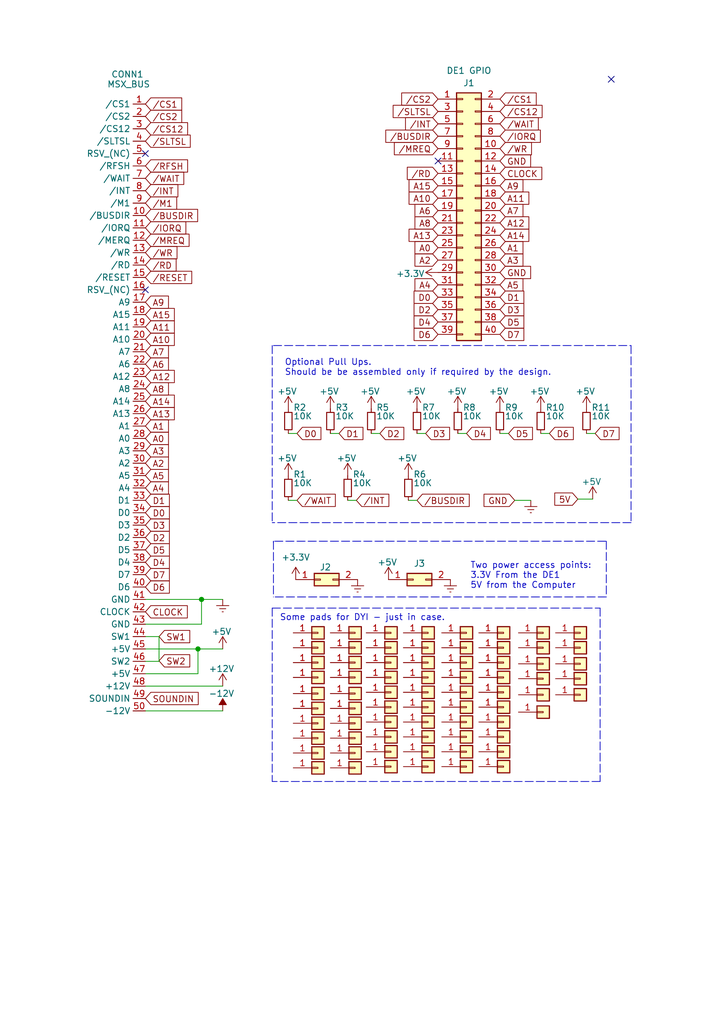
<source format=kicad_sch>
(kicad_sch (version 20211123) (generator eeschema)
  (paper "A5" portrait)
  (title_block (title "MSX BUS IDC") (date "2022-12-14") (rev "1.0") (company "RCC") (comment 2 "Does not do any voltage conversion - Do not connect to a real MSX.") (comment 3 "To be used with FPGA MSX Clones Zemmix / 1ChipMSX)") (comment 4 "Expose the MSX Bus over an IDC Connector."))
  (lib_symbols
    (symbol "Connector_Generic:Conn_01x01" (pin_names (offset 1.016) hide)
      (property "Reference" "J" (at 0 2.54 0))
      (property "Value" "Conn_01x01" (at 0 -2.54 0))
      (symbol "Conn_01x01_1_1"
        (rectangle (start -1.27 0.127) (end 0 -0.127) (stroke (width 0.1524)))
        (rectangle (start -1.27 1.27) (end 1.27 -1.27) (stroke (width 0.254)) (fill (type background)))
        (pin passive line (at -5.08 0 0) (length 3.81) (name "Pin_1") (number "1"))
      )
    )
    (symbol "Connector_Generic:Conn_02x01" (pin_names (offset 1.016) hide)
      (property "Reference" "J" (at 1.27 2.54 0))
      (property "Value" "Conn_02x01" (at 1.27 -2.54 0))
      (symbol "Conn_02x01_1_1"
        (rectangle (start -1.27 0.127) (end 0 -0.127) (stroke (width 0.1524)))
        (rectangle (start -1.27 1.27) (end 3.81 -1.27) (stroke (width 0.254)) (fill (type background)))
        (rectangle (start 3.81 0.127) (end 2.54 -0.127) (stroke (width 0.1524)))
        (pin passive line (at -5.08 0 0) (length 3.81) (name "Pin_1") (number "1"))
        (pin passive line (at 7.62 0 180) (length 3.81) (name "Pin_2") (number "2"))
      )
    )
    (symbol "Connector_Generic:Conn_02x20_Odd_Even" (pin_names (offset 1.016) hide)
      (property "Reference" "J" (at 1.27 25.4 0))
      (property "Value" "Conn_02x20_Odd_Even" (at 1.27 -27.94 0))
      (symbol "Conn_02x20_Odd_Even_1_1"
        (rectangle (start -1.27 -25.273) (end 0 -25.527) (stroke (width 0.1524)))
        (rectangle (start -1.27 -22.733) (end 0 -22.987) (stroke (width 0.1524)))
        (rectangle (start -1.27 -20.193) (end 0 -20.447) (stroke (width 0.1524)))
        (rectangle (start -1.27 -17.653) (end 0 -17.907) (stroke (width 0.1524)))
        (rectangle (start -1.27 -15.113) (end 0 -15.367) (stroke (width 0.1524)))
        (rectangle (start -1.27 -12.573) (end 0 -12.827) (stroke (width 0.1524)))
        (rectangle (start -1.27 -10.033) (end 0 -10.287) (stroke (width 0.1524)))
        (rectangle (start -1.27 -7.493) (end 0 -7.747) (stroke (width 0.1524)))
        (rectangle (start -1.27 -4.953) (end 0 -5.207) (stroke (width 0.1524)))
        (rectangle (start -1.27 -2.413) (end 0 -2.667) (stroke (width 0.1524)))
        (rectangle (start -1.27 0.127) (end 0 -0.127) (stroke (width 0.1524)))
        (rectangle (start -1.27 2.667) (end 0 2.413) (stroke (width 0.1524)))
        (rectangle (start -1.27 5.207) (end 0 4.953) (stroke (width 0.1524)))
        (rectangle (start -1.27 7.747) (end 0 7.493) (stroke (width 0.1524)))
        (rectangle (start -1.27 10.287) (end 0 10.033) (stroke (width 0.1524)))
        (rectangle (start -1.27 12.827) (end 0 12.573) (stroke (width 0.1524)))
        (rectangle (start -1.27 15.367) (end 0 15.113) (stroke (width 0.1524)))
        (rectangle (start -1.27 17.907) (end 0 17.653) (stroke (width 0.1524)))
        (rectangle (start -1.27 20.447) (end 0 20.193) (stroke (width 0.1524)))
        (rectangle (start -1.27 22.987) (end 0 22.733) (stroke (width 0.1524)))
        (rectangle (start -1.27 24.13) (end 3.81 -26.67) (stroke (width 0.254)) (fill (type background)))
        (rectangle (start 3.81 -25.273) (end 2.54 -25.527) (stroke (width 0.1524)))
        (rectangle (start 3.81 -22.733) (end 2.54 -22.987) (stroke (width 0.1524)))
        (rectangle (start 3.81 -20.193) (end 2.54 -20.447) (stroke (width 0.1524)))
        (rectangle (start 3.81 -17.653) (end 2.54 -17.907) (stroke (width 0.1524)))
        (rectangle (start 3.81 -15.113) (end 2.54 -15.367) (stroke (width 0.1524)))
        (rectangle (start 3.81 -12.573) (end 2.54 -12.827) (stroke (width 0.1524)))
        (rectangle (start 3.81 -10.033) (end 2.54 -10.287) (stroke (width 0.1524)))
        (rectangle (start 3.81 -7.493) (end 2.54 -7.747) (stroke (width 0.1524)))
        (rectangle (start 3.81 -4.953) (end 2.54 -5.207) (stroke (width 0.1524)))
        (rectangle (start 3.81 -2.413) (end 2.54 -2.667) (stroke (width 0.1524)))
        (rectangle (start 3.81 0.127) (end 2.54 -0.127) (stroke (width 0.1524)))
        (rectangle (start 3.81 2.667) (end 2.54 2.413) (stroke (width 0.1524)))
        (rectangle (start 3.81 5.207) (end 2.54 4.953) (stroke (width 0.1524)))
        (rectangle (start 3.81 7.747) (end 2.54 7.493) (stroke (width 0.1524)))
        (rectangle (start 3.81 10.287) (end 2.54 10.033) (stroke (width 0.1524)))
        (rectangle (start 3.81 12.827) (end 2.54 12.573) (stroke (width 0.1524)))
        (rectangle (start 3.81 15.367) (end 2.54 15.113) (stroke (width 0.1524)))
        (rectangle (start 3.81 17.907) (end 2.54 17.653) (stroke (width 0.1524)))
        (rectangle (start 3.81 20.447) (end 2.54 20.193) (stroke (width 0.1524)))
        (rectangle (start 3.81 22.987) (end 2.54 22.733) (stroke (width 0.1524)))
        (pin passive line (at -5.08 22.86 0) (length 3.81) (name "Pin_1") (number "1"))
        (pin passive line (at 7.62 12.7 180) (length 3.81) (name "Pin_10") (number "10"))
        (pin passive line (at -5.08 10.16 0) (length 3.81) (name "Pin_11") (number "11"))
        (pin passive line (at 7.62 10.16 180) (length 3.81) (name "Pin_12") (number "12"))
        (pin passive line (at -5.08 7.62 0) (length 3.81) (name "Pin_13") (number "13"))
        (pin passive line (at 7.62 7.62 180) (length 3.81) (name "Pin_14") (number "14"))
        (pin passive line (at -5.08 5.08 0) (length 3.81) (name "Pin_15") (number "15"))
        (pin passive line (at 7.62 5.08 180) (length 3.81) (name "Pin_16") (number "16"))
        (pin passive line (at -5.08 2.54 0) (length 3.81) (name "Pin_17") (number "17"))
        (pin passive line (at 7.62 2.54 180) (length 3.81) (name "Pin_18") (number "18"))
        (pin passive line (at -5.08 0 0) (length 3.81) (name "Pin_19") (number "19"))
        (pin passive line (at 7.62 22.86 180) (length 3.81) (name "Pin_2") (number "2"))
        (pin passive line (at 7.62 0 180) (length 3.81) (name "Pin_20") (number "20"))
        (pin passive line (at -5.08 -2.54 0) (length 3.81) (name "Pin_21") (number "21"))
        (pin passive line (at 7.62 -2.54 180) (length 3.81) (name "Pin_22") (number "22"))
        (pin passive line (at -5.08 -5.08 0) (length 3.81) (name "Pin_23") (number "23"))
        (pin passive line (at 7.62 -5.08 180) (length 3.81) (name "Pin_24") (number "24"))
        (pin passive line (at -5.08 -7.62 0) (length 3.81) (name "Pin_25") (number "25"))
        (pin passive line (at 7.62 -7.62 180) (length 3.81) (name "Pin_26") (number "26"))
        (pin passive line (at -5.08 -10.16 0) (length 3.81) (name "Pin_27") (number "27"))
        (pin passive line (at 7.62 -10.16 180) (length 3.81) (name "Pin_28") (number "28"))
        (pin passive line (at -5.08 -12.7 0) (length 3.81) (name "Pin_29") (number "29"))
        (pin passive line (at -5.08 20.32 0) (length 3.81) (name "Pin_3") (number "3"))
        (pin passive line (at 7.62 -12.7 180) (length 3.81) (name "Pin_30") (number "30"))
        (pin passive line (at -5.08 -15.24 0) (length 3.81) (name "Pin_31") (number "31"))
        (pin passive line (at 7.62 -15.24 180) (length 3.81) (name "Pin_32") (number "32"))
        (pin passive line (at -5.08 -17.78 0) (length 3.81) (name "Pin_33") (number "33"))
        (pin passive line (at 7.62 -17.78 180) (length 3.81) (name "Pin_34") (number "34"))
        (pin passive line (at -5.08 -20.32 0) (length 3.81) (name "Pin_35") (number "35"))
        (pin passive line (at 7.62 -20.32 180) (length 3.81) (name "Pin_36") (number "36"))
        (pin passive line (at -5.08 -22.86 0) (length 3.81) (name "Pin_37") (number "37"))
        (pin passive line (at 7.62 -22.86 180) (length 3.81) (name "Pin_38") (number "38"))
        (pin passive line (at -5.08 -25.4 0) (length 3.81) (name "Pin_39") (number "39"))
        (pin passive line (at 7.62 20.32 180) (length 3.81) (name "Pin_4") (number "4"))
        (pin passive line (at 7.62 -25.4 180) (length 3.81) (name "Pin_40") (number "40"))
        (pin passive line (at -5.08 17.78 0) (length 3.81) (name "Pin_5") (number "5"))
        (pin passive line (at 7.62 17.78 180) (length 3.81) (name "Pin_6") (number "6"))
        (pin passive line (at -5.08 15.24 0) (length 3.81) (name "Pin_7") (number "7"))
        (pin passive line (at 7.62 15.24 180) (length 3.81) (name "Pin_8") (number "8"))
        (pin passive line (at -5.08 12.7 0) (length 3.81) (name "Pin_9") (number "9"))
      )
    )
    (symbol "Device:R_Small" (pin_numbers hide) (pin_names (offset 0.254) hide)
      (property "Reference" "R" (at 0.762 0.508 0))
      (property "Value" "R_Small" (at 0.762 -1.016 0))
      (symbol "R_Small_0_1"
        (rectangle (start -0.762 1.778) (end 0.762 -1.778) (stroke (width 0.2032)))
      )
      (symbol "R_Small_1_1"
        (pin passive line (at 0 2.54 270) (length 0.762) (name "~") (number "1"))
        (pin passive line (at 0 -2.54 90) (length 0.762) (name "~") (number "2"))
      )
    )
    (symbol "Roni:MSX_BUS"
      (property "Reference" "U" (at 0 0 0))
      (property "Value" "MSX_BUS" (at 0 0 0))
      (symbol "MSX_BUS_1_1"
        (pin output line (at -67.945 88.392 180) (length 2.54) (name "/CS1") (number "1"))
        (pin output line (at -67.945 65.532 180) (length 2.54) (name "/BUSDIR") (number "10"))
        (pin output line (at -67.945 62.992 180) (length 2.54) (name "/IORQ") (number "11"))
        (pin output line (at -67.945 60.452 180) (length 2.54) (name "/MERQ") (number "12"))
        (pin output line (at -67.945 57.912 180) (length 2.54) (name "/WR") (number "13"))
        (pin output line (at -67.945 55.372 180) (length 2.54) (name "/RD") (number "14"))
        (pin input line (at -67.945 52.832 180) (length 2.54) (name "/RESET") (number "15"))
        (pin output line (at -67.945 50.292 180) (length 2.54) (name "RSV_(NC)") (number "16"))
        (pin output line (at -67.945 47.752 180) (length 2.54) (name "A9") (number "17"))
        (pin output line (at -67.945 45.212 180) (length 2.54) (name "A15") (number "18"))
        (pin output line (at -67.945 42.672 180) (length 2.54) (name "A11") (number "19"))
        (pin output line (at -67.945 85.852 180) (length 2.54) (name "/CS2") (number "2"))
        (pin output line (at -67.945 40.132 180) (length 2.54) (name "A10") (number "20"))
        (pin output line (at -67.945 37.592 180) (length 2.54) (name "A7") (number "21"))
        (pin output line (at -67.945 35.052 180) (length 2.54) (name "A6") (number "22"))
        (pin output line (at -67.945 32.512 180) (length 2.54) (name "A12") (number "23"))
        (pin output line (at -67.945 29.972 180) (length 2.54) (name "A8") (number "24"))
        (pin output line (at -67.945 27.432 180) (length 2.54) (name "A14") (number "25"))
        (pin output line (at -67.945 24.892 180) (length 2.54) (name "A13") (number "26"))
        (pin output line (at -67.945 22.352 180) (length 2.54) (name "A1") (number "27"))
        (pin output line (at -67.945 19.812 180) (length 2.54) (name "A0") (number "28"))
        (pin output line (at -67.945 17.272 180) (length 2.54) (name "A3") (number "29"))
        (pin output line (at -67.945 83.312 180) (length 2.54) (name "/CS12") (number "3"))
        (pin output line (at -67.945 14.732 180) (length 2.54) (name "A2") (number "30"))
        (pin output line (at -67.945 12.192 180) (length 2.54) (name "A5") (number "31"))
        (pin output line (at -67.945 9.652 180) (length 2.54) (name "A4") (number "32"))
        (pin output line (at -67.945 7.112 180) (length 2.54) (name "D1") (number "33"))
        (pin output line (at -67.945 4.572 180) (length 2.54) (name "D0") (number "34"))
        (pin output line (at -67.945 2.032 180) (length 2.54) (name "D3") (number "35"))
        (pin output line (at -67.945 -0.508 180) (length 2.54) (name "D2") (number "36"))
        (pin output line (at -67.945 -3.048 180) (length 2.54) (name "D5") (number "37"))
        (pin output line (at -67.945 -5.588 180) (length 2.54) (name "D4") (number "38"))
        (pin output line (at -67.945 -8.128 180) (length 2.54) (name "D7") (number "39"))
        (pin output line (at -67.945 80.772 180) (length 2.54) (name "/SLTSL") (number "4"))
        (pin output line (at -67.945 -10.668 180) (length 2.54) (name "D6") (number "40"))
        (pin output line (at -67.945 -13.208 180) (length 2.54) (name "GND") (number "41"))
        (pin output line (at -67.945 -15.748 180) (length 2.54) (name "CLOCK") (number "42"))
        (pin output line (at -67.945 -18.288 180) (length 2.54) (name "GND") (number "43"))
        (pin output line (at -67.945 -20.828 180) (length 2.54) (name "SW1") (number "44"))
        (pin output line (at -67.945 -23.368 180) (length 2.54) (name "+5V") (number "45"))
        (pin output line (at -67.945 -25.908 180) (length 2.54) (name "SW2") (number "46"))
        (pin output line (at -67.945 -28.448 180) (length 2.54) (name "+5V") (number "47"))
        (pin output line (at -67.945 -30.988 180) (length 2.54) (name "+12V") (number "48"))
        (pin output line (at -67.945 -33.528 180) (length 2.54) (name "SOUNDIN") (number "49"))
        (pin output line (at -67.945 78.232 180) (length 2.54) (name "RSV_(NC)") (number "5"))
        (pin output line (at -67.945 -36.068 180) (length 2.54) (name "-12V") (number "50"))
        (pin output line (at -67.945 75.692 180) (length 2.54) (name "/RFSH") (number "6"))
        (pin output line (at -67.945 73.152 180) (length 2.54) (name "/WAIT") (number "7"))
        (pin output line (at -67.945 70.612 180) (length 2.54) (name "/INT") (number "8"))
        (pin output line (at -67.945 68.072 180) (length 2.54) (name "/M1") (number "9"))
      )
    )
    (symbol "power:+12V" (power) (pin_names (offset 0))
      (property "Value" "+12V" (at 0 3.556 0))
      (symbol "+12V_0_1"
        (polyline (pts (xy -0.762 1.27) (xy 0 2.54)))
        (polyline (pts (xy 0 0) (xy 0 2.54)))
        (polyline (pts (xy 0 2.54) (xy 0.762 1.27)))
      )
      (symbol "+12V_1_1"
        (pin power_in line (at 0 0 90) (length 0) hide (name "+12V") (number "1"))
      )
    )
    (symbol "power:+3.3V" (power) (pin_names (offset 0))
      (property "Value" "+3.3V" (at 0 3.556 0))
      (symbol "+3.3V_0_1"
        (polyline (pts (xy -0.762 1.27) (xy 0 2.54)))
        (polyline (pts (xy 0 0) (xy 0 2.54)))
        (polyline (pts (xy 0 2.54) (xy 0.762 1.27)))
      )
      (symbol "+3.3V_1_1"
        (pin power_in line (at 0 0 90) (length 0) hide (name "+3.3V") (number "1"))
      )
    )
    (symbol "power:+5V" (power) (pin_names (offset 0))
      (property "Value" "+5V" (at 0 3.556 0))
      (symbol "+5V_0_1"
        (polyline (pts (xy -0.762 1.27) (xy 0 2.54)))
        (polyline (pts (xy 0 0) (xy 0 2.54)))
        (polyline (pts (xy 0 2.54) (xy 0.762 1.27)))
      )
      (symbol "+5V_1_1"
        (pin power_in line (at 0 0 90) (length 0) hide (name "+5V") (number "1"))
      )
    )
    (symbol "power:-12V" (power) (pin_names (offset 0))
      (property "Value" "-12V" (at 0 3.81 0))
      (symbol "-12V_0_0"
        (pin power_in line (at 0 0 90) (length 0) hide (name "-12V") (number "1"))
      )
      (symbol "-12V_0_1"
        (polyline (pts (xy 0 0) (xy 0 1.27) (xy 0.762 1.27) (xy 0 2.54) (xy -0.762 1.27) (xy 0 1.27)) (fill (type outline)))
      )
    )
    (symbol "power:GNDREF" (power) (pin_names (offset 0))
      (property "Value" "GNDREF" (at 0 -3.81 0))
      (symbol "GNDREF_0_1"
        (polyline (pts (xy -0.635 -1.905) (xy 0.635 -1.905)))
        (polyline (pts (xy -0.127 -2.54) (xy 0.127 -2.54)))
        (polyline (pts (xy 0 -1.27) (xy 0 0)))
        (polyline (pts (xy 1.27 -1.27) (xy -1.27 -1.27)))
      )
      (symbol "GNDREF_1_1"
        (pin power_in line (at 0 0 270) (length 0) hide (name "GNDREF") (number "1"))
      )
    )
  )
  (junction (at 40.64 133.096))
  (junction (at 41.3677 122.936))
  (no_connect (at 125.476 16.256))
  (no_connect (at 89.916 33.02))
  (no_connect (at 29.845 31.496))
  (no_connect (at 29.845 59.436))
  (wire (pts (xy 40.64 133.096) (xy 40.64 138.176)))
  (polyline (pts (xy 123.19 124.714) (xy 123.19 160.274)))
  (wire (pts (xy 41.3677 128.016) (xy 41.3677 122.936)))
  (wire (pts (xy 41.3677 122.936) (xy 45.72 122.936)))
  (polyline (pts (xy 123.19 160.274) (xy 55.88 160.274)))
  (wire (pts (xy 105.664 102.616) (xy 108.966 102.616)))
  (wire (pts (xy 29.845 145.796) (xy 45.72 145.796)))
  (wire (pts (xy 93.986 88.9) (xy 95.758 88.9)))
  (wire (pts (xy 59.188 88.9) (xy 60.96 88.9)))
  (wire (pts (xy 83.826 102.616) (xy 85.598 102.616)))
  (polyline (pts (xy 56.134 110.998) (xy 56.134 111.252)))
  (wire (pts (xy 29.845 140.716) (xy 45.72 140.716)))
  (wire (pts (xy 32.6462 135.636) (xy 29.845 135.636)))
  (wire (pts (xy 120.396 88.9) (xy 122.168 88.9)))
  (wire (pts (xy 29.845 130.556) (xy 32.6462 130.556)))
  (wire (pts (xy 85.598 88.9) (xy 87.37 88.9)))
  (wire (pts (xy 102.616 88.9) (xy 104.388 88.9)))
  (polyline (pts (xy 55.88 124.714) (xy 55.88 160.274)))
  (wire (pts (xy 111.004 88.9) (xy 112.776 88.9)))
  (wire (pts (xy 40.64 133.096) (xy 45.72 133.096)))
  (wire (pts (xy 118.618 102.362) (xy 121.666 102.362)))
  (wire (pts (xy 76.206 88.9) (xy 77.978 88.9)))
  (wire (pts (xy 29.845 128.016) (xy 41.3677 128.016)))
  (polyline (pts (xy 124.46 110.998) (xy 124.46 122.428)))
  (wire (pts (xy 71.38 102.616) (xy 73.152 102.616)))
  (polyline (pts (xy 129.54 107.188) (xy 55.88 107.188)))
  (wire (pts (xy 29.845 122.936) (xy 41.3677 122.936)))
  (polyline (pts (xy 56.388 110.998) (xy 124.46 110.998)))
  (wire (pts (xy 29.845 138.176) (xy 40.64 138.176)))
  (polyline (pts (xy 124.46 122.428) (xy 56.134 122.428)))
  (wire (pts (xy 29.845 133.096) (xy 40.64 133.096)))
  (polyline (pts (xy 56.134 110.998) (xy 56.134 122.428)))
  (polyline (pts (xy 129.54 70.866) (xy 129.54 107.188)))
  (wire (pts (xy 32.6462 130.556) (xy 32.6462 135.636)))
  (wire (pts (xy 67.818 88.9) (xy 69.59 88.9)))
  (polyline (pts (xy 55.88 124.714) (xy 123.19 124.714)))
  (wire (pts (xy 59.182 102.616) (xy 60.954 102.616)))
  (polyline (pts (xy 55.88 70.866) (xy 55.88 107.188)))
  (polyline (pts (xy 56.134 70.866) (xy 129.54 70.866)))
  (text "Two power access points:\n3.3V From the DE1\n5V from the Computer" (at 96.52 120.904 0) (effects (font (size 1.27 1.27)) (justify left bottom)))
  (text "Some pads for DYI - just in case." (at 57.404 127.508 0) (effects (font (size 1.27 1.27)) (justify left bottom)))
  (text "Optional Pull Ups.\nShould be be assembled only if required by the design.\n" (at 58.42 77.216 0) (effects (font (size 1.27 1.27)) (justify left bottom)))
  (global_label "5V" (shape input) (at 118.618 102.362 180) (property "Intersheet References" "${INTERSHEET_REFS}" (effects hide)))
  (global_label "D4" (shape input) (at 29.845 115.316 0) (property "Intersheet References" "${INTERSHEET_REFS}" (effects hide)))
  (global_label "A11" (shape input) (at 29.845 67.056 0) (property "Intersheet References" "${INTERSHEET_REFS}" (effects hide)))
  (global_label "D1" (shape input) (at 102.616 60.96 0) (property "Intersheet References" "${INTERSHEET_REFS}" (effects hide)))
  (global_label "{slash}WAIT" (shape input) (at 29.845 36.576 0) (property "Intersheet References" "${INTERSHEET_REFS}" (effects hide)))
  (global_label "D5" (shape input) (at 29.845 112.776 0) (property "Intersheet References" "${INTERSHEET_REFS}" (effects hide)))
  (global_label "A1" (shape input) (at 102.616 50.8 0) (property "Intersheet References" "${INTERSHEET_REFS}" (effects hide)))
  (global_label "D4" (shape input) (at 95.758 88.9 0) (property "Intersheet References" "${INTERSHEET_REFS}" (effects hide)))
  (global_label "A13" (shape input) (at 29.845 84.836 0) (property "Intersheet References" "${INTERSHEET_REFS}" (effects hide)))
  (global_label "{slash}MREQ" (shape input) (at 29.845 49.276 0) (property "Intersheet References" "${INTERSHEET_REFS}" (effects hide)))
  (global_label "D1" (shape input) (at 69.59 88.9 0) (property "Intersheet References" "${INTERSHEET_REFS}" (effects hide)))
  (global_label "{slash}CS2" (shape input) (at 29.845 23.876 0) (property "Intersheet References" "${INTERSHEET_REFS}" (effects hide)))
  (global_label "D7" (shape input) (at 29.845 117.856 0) (property "Intersheet References" "${INTERSHEET_REFS}" (effects hide)))
  (global_label "A5" (shape input) (at 29.845 97.536 0) (property "Intersheet References" "${INTERSHEET_REFS}" (effects hide)))
  (global_label "D0" (shape input) (at 60.96 88.9 0) (property "Intersheet References" "${INTERSHEET_REFS}" (effects hide)))
  (global_label "{slash}WR" (shape input) (at 102.616 30.48 0) (property "Intersheet References" "${INTERSHEET_REFS}" (effects hide)))
  (global_label "A7" (shape input) (at 29.845 72.136 0) (property "Intersheet References" "${INTERSHEET_REFS}" (effects hide)))
  (global_label "{slash}WAIT" (shape input) (at 60.954 102.616 0) (property "Intersheet References" "${INTERSHEET_REFS}" (effects hide)))
  (global_label "{slash}CS1" (shape input) (at 102.616 20.32 0) (property "Intersheet References" "${INTERSHEET_REFS}" (effects hide)))
  (global_label "{slash}INT" (shape input) (at 89.916 25.4 180) (property "Intersheet References" "${INTERSHEET_REFS}" (effects hide)))
  (global_label "{slash}RD" (shape input) (at 29.845 54.356 0) (property "Intersheet References" "${INTERSHEET_REFS}" (effects hide)))
  (global_label "A12" (shape input) (at 102.616 45.72 0) (property "Intersheet References" "${INTERSHEET_REFS}" (effects hide)))
  (global_label "D6" (shape input) (at 89.916 68.58 180) (property "Intersheet References" "${INTERSHEET_REFS}" (effects hide)))
  (global_label "D5" (shape input) (at 102.616 66.04 0) (property "Intersheet References" "${INTERSHEET_REFS}" (effects hide)))
  (global_label "GND" (shape input) (at 102.616 33.02 0) (property "Intersheet References" "${INTERSHEET_REFS}" (effects hide)))
  (global_label "GND" (shape input) (at 102.616 55.88 0) (property "Intersheet References" "${INTERSHEET_REFS}" (effects hide)))
  (global_label "SW1" (shape input) (at 32.6462 130.556 0) (property "Intersheet References" "${INTERSHEET_REFS}" (effects hide)))
  (global_label "{slash}CS12" (shape input) (at 102.616 22.86 0) (property "Intersheet References" "${INTERSHEET_REFS}" (effects hide)))
  (global_label "A9" (shape input) (at 29.845 61.976 0) (property "Intersheet References" "${INTERSHEET_REFS}" (effects hide)))
  (global_label "D4" (shape input) (at 89.916 66.04 180) (property "Intersheet References" "${INTERSHEET_REFS}" (effects hide)))
  (global_label "A12" (shape input) (at 29.845 77.216 0) (property "Intersheet References" "${INTERSHEET_REFS}" (effects hide)))
  (global_label "A8" (shape input) (at 89.916 45.72 180) (property "Intersheet References" "${INTERSHEET_REFS}" (effects hide)))
  (global_label "{slash}M1" (shape input) (at 29.845 41.656 0) (property "Intersheet References" "${INTERSHEET_REFS}" (effects hide)))
  (global_label "{slash}CS1" (shape input) (at 29.845 21.336 0) (property "Intersheet References" "${INTERSHEET_REFS}" (effects hide)))
  (global_label "D2" (shape input) (at 89.916 63.5 180) (property "Intersheet References" "${INTERSHEET_REFS}" (effects hide)))
  (global_label "A6" (shape input) (at 29.845 74.676 0) (property "Intersheet References" "${INTERSHEET_REFS}" (effects hide)))
  (global_label "D3" (shape input) (at 87.37 88.9 0) (property "Intersheet References" "${INTERSHEET_REFS}" (effects hide)))
  (global_label "D6" (shape input) (at 29.845 120.396 0) (property "Intersheet References" "${INTERSHEET_REFS}" (effects hide)))
  (global_label "{slash}CS12" (shape input) (at 29.845 26.416 0) (property "Intersheet References" "${INTERSHEET_REFS}" (effects hide)))
  (global_label "D0" (shape input) (at 29.845 105.156 0) (property "Intersheet References" "${INTERSHEET_REFS}" (effects hide)))
  (global_label "A6" (shape input) (at 89.916 43.18 180) (property "Intersheet References" "${INTERSHEET_REFS}" (effects hide)))
  (global_label "D0" (shape input) (at 89.916 60.96 180) (property "Intersheet References" "${INTERSHEET_REFS}" (effects hide)))
  (global_label "A3" (shape input) (at 29.845 92.456 0) (property "Intersheet References" "${INTERSHEET_REFS}" (effects hide)))
  (global_label "CLOCK" (shape input) (at 29.845 125.476 0) (property "Intersheet References" "${INTERSHEET_REFS}" (effects hide)))
  (global_label "A2" (shape input) (at 29.845 94.996 0) (property "Intersheet References" "${INTERSHEET_REFS}" (effects hide)))
  (global_label "{slash}BUSDIR" (shape input) (at 85.598 102.616 0) (property "Intersheet References" "${INTERSHEET_REFS}" (effects hide)))
  (global_label "A15" (shape input) (at 29.845 64.516 0) (property "Intersheet References" "${INTERSHEET_REFS}" (effects hide)))
  (global_label "{slash}MREQ" (shape input) (at 89.916 30.48 180) (property "Intersheet References" "${INTERSHEET_REFS}" (effects hide)))
  (global_label "{slash}IORQ" (shape input) (at 102.616 27.94 0) (property "Intersheet References" "${INTERSHEET_REFS}" (effects hide)))
  (global_label "A14" (shape input) (at 102.616 48.26 0) (property "Intersheet References" "${INTERSHEET_REFS}" (effects hide)))
  (global_label "D2" (shape input) (at 77.978 88.9 0) (property "Intersheet References" "${INTERSHEET_REFS}" (effects hide)))
  (global_label "A10" (shape input) (at 29.845 69.596 0) (property "Intersheet References" "${INTERSHEET_REFS}" (effects hide)))
  (global_label "A14" (shape input) (at 29.845 82.296 0) (property "Intersheet References" "${INTERSHEET_REFS}" (effects hide)))
  (global_label "{slash}BUSDIR" (shape input) (at 29.845 44.196 0) (property "Intersheet References" "${INTERSHEET_REFS}" (effects hide)))
  (global_label "A5" (shape input) (at 102.616 58.42 0) (property "Intersheet References" "${INTERSHEET_REFS}" (effects hide)))
  (global_label "A7" (shape input) (at 102.616 43.18 0) (property "Intersheet References" "${INTERSHEET_REFS}" (effects hide)))
  (global_label "A10" (shape input) (at 89.916 40.64 180) (property "Intersheet References" "${INTERSHEET_REFS}" (effects hide)))
  (global_label "A9" (shape input) (at 102.616 38.1 0) (property "Intersheet References" "${INTERSHEET_REFS}" (effects hide)))
  (global_label "{slash}RD" (shape input) (at 89.916 35.56 180) (property "Intersheet References" "${INTERSHEET_REFS}" (effects hide)))
  (global_label "A3" (shape input) (at 102.616 53.34 0) (property "Intersheet References" "${INTERSHEET_REFS}" (effects hide)))
  (global_label "{slash}RFSH" (shape input) (at 29.845 34.036 0) (property "Intersheet References" "${INTERSHEET_REFS}" (effects hide)))
  (global_label "A0" (shape input) (at 29.845 89.916 0) (property "Intersheet References" "${INTERSHEET_REFS}" (effects hide)))
  (global_label "CLOCK" (shape input) (at 102.616 35.56 0) (property "Intersheet References" "${INTERSHEET_REFS}" (effects hide)))
  (global_label "A4" (shape input) (at 89.916 58.42 180) (property "Intersheet References" "${INTERSHEET_REFS}" (effects hide)))
  (global_label "{slash}RESET" (shape input) (at 29.845 56.896 0) (property "Intersheet References" "${INTERSHEET_REFS}" (effects hide)))
  (global_label "GND" (shape input) (at 105.664 102.616 180) (property "Intersheet References" "${INTERSHEET_REFS}" (effects hide)))
  (global_label "D7" (shape input) (at 102.616 68.58 0) (property "Intersheet References" "${INTERSHEET_REFS}" (effects hide)))
  (global_label "A13" (shape input) (at 89.916 48.26 180) (property "Intersheet References" "${INTERSHEET_REFS}" (effects hide)))
  (global_label "D3" (shape input) (at 29.845 107.696 0) (property "Intersheet References" "${INTERSHEET_REFS}" (effects hide)))
  (global_label "{slash}SLTSL" (shape input) (at 89.916 22.86 180) (property "Intersheet References" "${INTERSHEET_REFS}" (effects hide)))
  (global_label "D2" (shape input) (at 29.845 110.236 0) (property "Intersheet References" "${INTERSHEET_REFS}" (effects hide)))
  (global_label "A1" (shape input) (at 29.845 87.376 0) (property "Intersheet References" "${INTERSHEET_REFS}" (effects hide)))
  (global_label "{slash}INT" (shape input) (at 73.152 102.616 0) (property "Intersheet References" "${INTERSHEET_REFS}" (effects hide)))
  (global_label "D3" (shape input) (at 102.616 63.5 0) (property "Intersheet References" "${INTERSHEET_REFS}" (effects hide)))
  (global_label "A11" (shape input) (at 102.616 40.64 0) (property "Intersheet References" "${INTERSHEET_REFS}" (effects hide)))
  (global_label "{slash}WR" (shape input) (at 29.845 51.816 0) (property "Intersheet References" "${INTERSHEET_REFS}" (effects hide)))
  (global_label "D7" (shape input) (at 122.168 88.9 0) (property "Intersheet References" "${INTERSHEET_REFS}" (effects hide)))
  (global_label "{slash}BUSDIR" (shape input) (at 89.916 27.94 180) (property "Intersheet References" "${INTERSHEET_REFS}" (effects hide)))
  (global_label "A8" (shape input) (at 29.845 79.756 0) (property "Intersheet References" "${INTERSHEET_REFS}" (effects hide)))
  (global_label "A0" (shape input) (at 89.916 50.8 180) (property "Intersheet References" "${INTERSHEET_REFS}" (effects hide)))
  (global_label "{slash}WAIT" (shape input) (at 102.616 25.4 0) (property "Intersheet References" "${INTERSHEET_REFS}" (effects hide)))
  (global_label "{slash}CS2" (shape input) (at 89.916 20.32 180) (property "Intersheet References" "${INTERSHEET_REFS}" (effects hide)))
  (global_label "{slash}IORQ" (shape input) (at 29.845 46.736 0) (property "Intersheet References" "${INTERSHEET_REFS}" (effects hide)))
  (global_label "{slash}SLTSL" (shape input) (at 29.845 28.956 0) (property "Intersheet References" "${INTERSHEET_REFS}" (effects hide)))
  (global_label "D1" (shape input) (at 29.845 102.616 0) (property "Intersheet References" "${INTERSHEET_REFS}" (effects hide)))
  (global_label "D5" (shape input) (at 104.388 88.9 0) (property "Intersheet References" "${INTERSHEET_REFS}" (effects hide)))
  (global_label "A4" (shape input) (at 29.845 100.076 0) (property "Intersheet References" "${INTERSHEET_REFS}" (effects hide)))
  (global_label "SW2" (shape input) (at 32.6462 135.5305 0) (property "Intersheet References" "${INTERSHEET_REFS}" (effects hide)))
  (global_label "D6" (shape input) (at 112.776 88.9 0) (property "Intersheet References" "${INTERSHEET_REFS}" (effects hide)))
  (global_label "A2" (shape input) (at 89.916 53.34 180) (property "Intersheet References" "${INTERSHEET_REFS}" (effects hide)))
  (global_label "A15" (shape input) (at 89.916 38.1 180) (property "Intersheet References" "${INTERSHEET_REFS}" (effects hide)))
  (global_label "SOUNDIN" (shape input) (at 29.845 143.256 0) (property "Intersheet References" "${INTERSHEET_REFS}" (effects hide)))
  (global_label "{slash}INT" (shape input) (at 29.845 39.116 0) (property "Intersheet References" "${INTERSHEET_REFS}" (effects hide)))
  (symbol (lib_id "Connector_Generic:Conn_01x01") (at 80.264 148.082 0) (unit 1)
    (property "Reference" "J10" (effects hide))
    (property "Value" "Conn_01x01" (effects hide))
    (property "Footprint" "TestPoint:TestPoint_THTPad_2.0x2.0mm_Drill1.0mm" (effects hide))
  )
  (symbol (lib_id "Connector_Generic:Conn_01x01") (at 95.758 132.842 0) (unit 1)
    (property "Reference" "J15" (effects hide))
    (property "Value" "Conn_01x01" (effects hide))
    (property "Footprint" "TestPoint:TestPoint_THTPad_2.0x2.0mm_Drill1.0mm" (effects hide))
  )
  (symbol (lib_id "Device:R_Small") (at 111.004 86.36 0) (unit 1)
    (property "Reference" "R10" (at 112.014 83.566 0) (effects (justify left)))
    (property "Value" "10K" (at 112.014 85.344 0) (effects (justify left)))
    (property "Footprint" "Resistor_THT:R_Axial_DIN0204_L3.6mm_D1.6mm_P7.62mm_Horizontal" (effects hide))
  )
  (symbol (lib_id "Device:R_Small") (at 93.986 86.36 0) (unit 1)
    (property "Reference" "R8" (at 94.996 83.566 0) (effects (justify left)))
    (property "Value" "10K" (at 94.996 85.344 0) (effects (justify left)))
    (property "Footprint" "Resistor_THT:R_Axial_DIN0204_L3.6mm_D1.6mm_P7.62mm_Horizontal" (effects hide))
  )
  (symbol (lib_id "Connector_Generic:Conn_01x01") (at 111.506 136.144 0) (unit 1)
    (property "Reference" "J68" (effects hide))
    (property "Value" "Conn_01x01" (effects hide))
    (property "Footprint" "TestPoint:TestPoint_THTPad_2.0x2.0mm_Drill1.0mm" (effects hide))
  )
  (symbol (lib_id "Connector_Generic:Conn_01x01") (at 72.898 129.794 0) (unit 1)
    (property "Reference" "J44" (effects hide))
    (property "Value" "Conn_01x01" (effects hide))
    (property "Footprint" "TestPoint:TestPoint_THTPad_2.0x2.0mm_Drill1.0mm" (effects hide))
  )
  (symbol (lib_id "Connector_Generic:Conn_02x01") (at 65.786 118.872 0) (unit 1)
    (property "Reference" "J2" (at 66.802 116.332 0))
    (property "Value" "Conn_02x01" (effects hide))
    (property "Footprint" "Connector_PinHeader_2.54mm:PinHeader_1x02_P2.54mm_Vertical" (effects hide))
  )
  (symbol (lib_id "Connector_Generic:Conn_01x01") (at 80.264 138.938 0) (unit 1)
    (property "Reference" "J7" (effects hide))
    (property "Value" "Conn_01x01" (effects hide))
    (property "Footprint" "TestPoint:TestPoint_THTPad_2.0x2.0mm_Drill1.0mm" (effects hide))
  )
  (symbol (lib_id "power:-12V") (at 45.72 145.796 0) (unit 1)
    (property "Reference" "#PWR04" (effects hide))
    (property "Value" "-12V" (at 45.466 142.24 0))
  )
  (symbol (lib_id "Connector_Generic:Conn_01x01") (at 95.758 154.178 0) (unit 1)
    (property "Reference" "J39" (effects hide))
    (property "Value" "Conn_01x01" (effects hide))
    (property "Footprint" "TestPoint:TestPoint_THTPad_2.0x2.0mm_Drill1.0mm" (effects hide))
  )
  (symbol (lib_id "power:+5V") (at 93.986 83.82 0) (unit 1)
    (property "Reference" "#PWR013" (effects hide))
    (property "Value" "+5V" (at 93.732 80.264 0))
  )
  (symbol (lib_id "Connector_Generic:Conn_01x01") (at 72.898 157.48 0) (unit 1)
    (property "Reference" "J61" (effects hide))
    (property "Value" "Conn_01x01" (effects hide))
    (property "Footprint" "TestPoint:TestPoint_THTPad_2.0x2.0mm_Drill1.0mm" (effects hide))
  )
  (symbol (lib_id "Connector_Generic:Conn_01x01") (at 103.378 141.986 0) (unit 1)
    (property "Reference" "J35" (effects hide))
    (property "Value" "Conn_01x01" (effects hide))
    (property "Footprint" "TestPoint:TestPoint_THTPad_2.0x2.0mm_Drill1.0mm" (effects hide))
  )
  (symbol (lib_id "power:+5V") (at 45.72 133.096 0) (unit 1)
    (property "Reference" "#PWR02" (effects hide))
    (property "Value" "+5V" (at 45.466 129.54 0))
  )
  (symbol (lib_id "Connector_Generic:Conn_01x01") (at 103.378 135.89 0) (unit 1)
    (property "Reference" "J33" (effects hide))
    (property "Value" "Conn_01x01" (effects hide))
    (property "Footprint" "TestPoint:TestPoint_THTPad_2.0x2.0mm_Drill1.0mm" (effects hide))
  )
  (symbol (lib_id "Connector_Generic:Conn_01x01") (at 72.898 151.384 0) (unit 1)
    (property "Reference" "J57" (effects hide))
    (property "Value" "Conn_01x01" (effects hide))
    (property "Footprint" "TestPoint:TestPoint_THTPad_2.0x2.0mm_Drill1.0mm" (effects hide))
  )
  (symbol (lib_id "Connector_Generic:Conn_01x01") (at 65.278 142.24 0) (unit 1)
    (property "Reference" "J50" (effects hide))
    (property "Value" "Conn_01x01" (effects hide))
    (property "Footprint" "TestPoint:TestPoint_THTPad_2.0x2.0mm_Drill1.0mm" (effects hide))
  )
  (symbol (lib_id "Connector_Generic:Conn_01x01") (at 95.758 141.986 0) (unit 1)
    (property "Reference" "J18" (effects hide))
    (property "Value" "Conn_01x01" (effects hide))
    (property "Footprint" "TestPoint:TestPoint_THTPad_2.0x2.0mm_Drill1.0mm" (effects hide))
  )
  (symbol (lib_id "Device:R_Small") (at 71.38 100.076 0) (unit 1)
    (property "Reference" "R4" (at 72.39 97.282 0) (effects (justify left)))
    (property "Value" "10K" (at 72.39 99.06 0) (effects (justify left)))
    (property "Footprint" "Resistor_THT:R_Axial_DIN0204_L3.6mm_D1.6mm_P7.62mm_Horizontal" (effects hide))
  )
  (symbol (lib_id "Device:R_Small") (at 102.616 86.36 0) (unit 1)
    (property "Reference" "R9" (at 103.626 83.566 0) (effects (justify left)))
    (property "Value" "10K" (at 103.626 85.344 0) (effects (justify left)))
    (property "Footprint" "Resistor_THT:R_Axial_DIN0204_L3.6mm_D1.6mm_P7.62mm_Horizontal" (effects hide))
  )
  (symbol (lib_id "Connector_Generic:Conn_01x01") (at 103.378 138.938 0) (unit 1)
    (property "Reference" "J34" (effects hide))
    (property "Value" "Conn_01x01" (effects hide))
    (property "Footprint" "TestPoint:TestPoint_THTPad_2.0x2.0mm_Drill1.0mm" (effects hide))
  )
  (symbol (lib_id "power:GNDREF") (at 108.966 102.616 0) (unit 1)
    (property "Reference" "#PWR0101" (effects hide))
    (property "Value" "GNDREF" (effects hide))
  )
  (symbol (lib_id "Connector_Generic:Conn_01x01") (at 72.898 154.432 0) (unit 1)
    (property "Reference" "J60" (effects hide))
    (property "Value" "Conn_01x01" (effects hide))
    (property "Footprint" "TestPoint:TestPoint_THTPad_2.0x2.0mm_Drill1.0mm" (effects hide))
  )
  (symbol (lib_id "power:+3.3V") (at 60.706 118.872 0) (unit 1)
    (property "Reference" "#PWR017" (effects hide))
    (property "Value" "+3.3V" (at 60.706 114.3 0))
  )
  (symbol (lib_id "power:+3.3V") (at 89.916 55.88 90) (unit 1)
    (property "Reference" "#PWR0103" (effects hide))
    (property "Value" "+3.3V" (at 81.28 56.134 90) (effects (justify right)))
  )
  (symbol (lib_id "power:+12V") (at 45.72 140.716 0) (unit 1)
    (property "Reference" "#PWR03" (effects hide))
    (property "Value" "+12V" (at 45.466 137.16 0))
  )
  (symbol (lib_id "Connector_Generic:Conn_01x01") (at 87.884 151.13 0) (unit 1)
    (property "Reference" "J27" (effects hide))
    (property "Value" "Conn_01x01" (effects hide))
    (property "Footprint" "TestPoint:TestPoint_THTPad_2.0x2.0mm_Drill1.0mm" (effects hide))
  )
  (symbol (lib_id "Connector_Generic:Conn_01x01") (at 103.378 151.13 0) (unit 1)
    (property "Reference" "J40" (effects hide))
    (property "Value" "Conn_01x01" (effects hide))
    (property "Footprint" "TestPoint:TestPoint_THTPad_2.0x2.0mm_Drill1.0mm" (effects hide))
  )
  (symbol (lib_id "Device:R_Small") (at 59.182 100.076 0) (unit 1)
    (property "Reference" "R1" (at 60.192 97.282 0) (effects (justify left)))
    (property "Value" "10K" (at 60.192 99.06 0) (effects (justify left)))
    (property "Footprint" "Resistor_THT:R_Axial_DIN0204_L3.6mm_D1.6mm_P7.62mm_Horizontal" (effects hide))
  )
  (symbol (lib_id "power:+5V") (at 59.182 97.536 0) (unit 1)
    (property "Reference" "#PWR06" (effects hide))
    (property "Value" "+5V" (at 58.928 93.98 0))
  )
  (symbol (lib_id "Connector_Generic:Conn_01x01") (at 119.126 139.192 0) (unit 1)
    (property "Reference" "J71" (effects hide))
    (property "Value" "Conn_01x01" (effects hide))
    (property "Footprint" "TestPoint:TestPoint_THTPad_2.0x2.0mm_Drill1.0mm" (effects hide))
  )
  (symbol (lib_id "power:+5V") (at 83.826 97.536 0) (unit 1)
    (property "Reference" "#PWR011" (effects hide))
    (property "Value" "+5V" (at 83.572 93.98 0))
  )
  (symbol (lib_id "Connector_Generic:Conn_01x01") (at 65.278 154.432 0) (unit 1)
    (property "Reference" "J58" (effects hide))
    (property "Value" "Conn_01x01" (effects hide))
    (property "Footprint" "TestPoint:TestPoint_THTPad_2.0x2.0mm_Drill1.0mm" (effects hide))
  )
  (symbol (lib_id "Connector_Generic:Conn_01x01") (at 72.898 138.938 0) (unit 1)
    (property "Reference" "J49" (effects hide))
    (property "Value" "Conn_01x01" (effects hide))
    (property "Footprint" "TestPoint:TestPoint_THTPad_2.0x2.0mm_Drill1.0mm" (effects hide))
  )
  (symbol (lib_id "Connector_Generic:Conn_02x20_Odd_Even") (at 94.996 43.18 0) (unit 1)
    (property "Reference" "J1" (at 96.266 17.018 0))
    (property "Value" "DE1 GPIO" (at 96.266 14.478 0))
    (property "Footprint" "Connector_IDC:IDC-Header_2x20_P2.54mm_Vertical" (effects hide))
  )
  (symbol (lib_id "Connector_Generic:Conn_01x01") (at 65.278 145.288 0) (unit 1)
    (property "Reference" "J51" (effects hide))
    (property "Value" "Conn_01x01" (effects hide))
    (property "Footprint" "TestPoint:TestPoint_THTPad_2.0x2.0mm_Drill1.0mm" (effects hide))
  )
  (symbol (lib_id "Connector_Generic:Conn_01x01") (at 80.264 129.794 0) (unit 1)
    (property "Reference" "J5" (effects hide))
    (property "Value" "Conn_01x01" (effects hide))
    (property "Footprint" "TestPoint:TestPoint_THTPad_2.0x2.0mm_Drill1.0mm" (effects hide))
  )
  (symbol (lib_id "Connector_Generic:Conn_01x01") (at 95.758 138.938 0) (unit 1)
    (property "Reference" "J17" (effects hide))
    (property "Value" "Conn_01x01" (effects hide))
    (property "Footprint" "TestPoint:TestPoint_THTPad_2.0x2.0mm_Drill1.0mm" (effects hide))
  )
  (symbol (lib_id "Connector_Generic:Conn_01x01") (at 111.506 132.842 0) (unit 1)
    (property "Reference" "J65" (effects hide))
    (property "Value" "Conn_01x01" (effects hide))
    (property "Footprint" "TestPoint:TestPoint_THTPad_2.0x2.0mm_Drill1.0mm" (effects hide))
  )
  (symbol (lib_id "power:+5V") (at 111.004 83.82 0) (unit 1)
    (property "Reference" "#PWR019" (effects hide))
    (property "Value" "+5V" (at 110.75 80.264 0))
  )
  (symbol (lib_id "Connector_Generic:Conn_01x01") (at 87.884 141.986 0) (unit 1)
    (property "Reference" "J24" (effects hide))
    (property "Value" "Conn_01x01" (effects hide))
    (property "Footprint" "TestPoint:TestPoint_THTPad_2.0x2.0mm_Drill1.0mm" (effects hide))
  )
  (symbol (lib_id "Device:R_Small") (at 83.826 100.076 0) (unit 1)
    (property "Reference" "R6" (at 84.836 97.282 0) (effects (justify left)))
    (property "Value" "10K" (at 84.836 99.06 0) (effects (justify left)))
    (property "Footprint" "Resistor_THT:R_Axial_DIN0204_L3.6mm_D1.6mm_P7.62mm_Horizontal" (effects hide))
  )
  (symbol (lib_id "Connector_Generic:Conn_01x01") (at 95.758 129.794 0) (unit 1)
    (property "Reference" "J14" (effects hide))
    (property "Value" "Conn_01x01" (effects hide))
    (property "Footprint" "TestPoint:TestPoint_THTPad_2.0x2.0mm_Drill1.0mm" (effects hide))
  )
  (symbol (lib_id "Connector_Generic:Conn_01x01") (at 87.884 145.034 0) (unit 1)
    (property "Reference" "J25" (effects hide))
    (property "Value" "Conn_01x01" (effects hide))
    (property "Footprint" "TestPoint:TestPoint_THTPad_2.0x2.0mm_Drill1.0mm" (effects hide))
  )
  (symbol (lib_id "Connector_Generic:Conn_01x01") (at 87.884 135.89 0) (unit 1)
    (property "Reference" "J22" (effects hide))
    (property "Value" "Conn_01x01" (effects hide))
    (property "Footprint" "TestPoint:TestPoint_THTPad_2.0x2.0mm_Drill1.0mm" (effects hide))
  )
  (symbol (lib_id "Connector_Generic:Conn_01x01") (at 80.264 151.13 0) (unit 1)
    (property "Reference" "J11" (effects hide))
    (property "Value" "Conn_01x01" (effects hide))
    (property "Footprint" "TestPoint:TestPoint_THTPad_2.0x2.0mm_Drill1.0mm" (effects hide))
  )
  (symbol (lib_id "Connector_Generic:Conn_01x01") (at 119.126 129.794 0) (unit 1)
    (property "Reference" "J66" (effects hide))
    (property "Value" "Conn_01x01" (effects hide))
    (property "Footprint" "TestPoint:TestPoint_THTPad_2.0x2.0mm_Drill1.0mm" (effects hide))
  )
  (symbol (lib_id "Connector_Generic:Conn_01x01") (at 87.884 157.226 0) (unit 1)
    (property "Reference" "J29" (effects hide))
    (property "Value" "Conn_01x01" (effects hide))
    (property "Footprint" "TestPoint:TestPoint_THTPad_2.0x2.0mm_Drill1.0mm" (effects hide))
  )
  (symbol (lib_id "Connector_Generic:Conn_01x01") (at 65.278 135.89 0) (unit 1)
    (property "Reference" "J46" (effects hide))
    (property "Value" "Conn_01x01" (effects hide))
    (property "Footprint" "TestPoint:TestPoint_THTPad_2.0x2.0mm_Drill1.0mm" (effects hide))
  )
  (symbol (lib_id "Connector_Generic:Conn_01x01") (at 87.884 138.938 0) (unit 1)
    (property "Reference" "J23" (effects hide))
    (property "Value" "Conn_01x01" (effects hide))
    (property "Footprint" "TestPoint:TestPoint_THTPad_2.0x2.0mm_Drill1.0mm" (effects hide))
  )
  (symbol (lib_id "Connector_Generic:Conn_01x01") (at 103.378 132.842 0) (unit 1)
    (property "Reference" "J32" (effects hide))
    (property "Value" "Conn_01x01" (effects hide))
    (property "Footprint" "TestPoint:TestPoint_THTPad_2.0x2.0mm_Drill1.0mm" (effects hide))
  )
  (symbol (lib_id "power:+5V") (at 102.616 83.82 0) (unit 1)
    (property "Reference" "#PWR016" (effects hide))
    (property "Value" "+5V" (at 102.362 80.264 0))
  )
  (symbol (lib_id "Connector_Generic:Conn_01x01") (at 111.506 139.192 0) (unit 1)
    (property "Reference" "J69" (effects hide))
    (property "Value" "Conn_01x01" (effects hide))
    (property "Footprint" "TestPoint:TestPoint_THTPad_2.0x2.0mm_Drill1.0mm" (effects hide))
  )
  (symbol (lib_id "Connector_Generic:Conn_01x01") (at 119.126 132.842 0) (unit 1)
    (property "Reference" "J67" (effects hide))
    (property "Value" "Conn_01x01" (effects hide))
    (property "Footprint" "TestPoint:TestPoint_THTPad_2.0x2.0mm_Drill1.0mm" (effects hide))
  )
  (symbol (lib_id "Connector_Generic:Conn_01x01") (at 72.898 148.336 0) (unit 1)
    (property "Reference" "J56" (effects hide))
    (property "Value" "Conn_01x01" (effects hide))
    (property "Footprint" "TestPoint:TestPoint_THTPad_2.0x2.0mm_Drill1.0mm" (effects hide))
  )
  (symbol (lib_id "Connector_Generic:Conn_01x01") (at 103.378 129.794 0) (unit 1)
    (property "Reference" "J31" (effects hide))
    (property "Value" "Conn_01x01" (effects hide))
    (property "Footprint" "TestPoint:TestPoint_THTPad_2.0x2.0mm_Drill1.0mm" (effects hide))
  )
  (symbol (lib_id "Connector_Generic:Conn_01x01") (at 80.264 141.986 0) (unit 1)
    (property "Reference" "J8" (effects hide))
    (property "Value" "Conn_01x01" (effects hide))
    (property "Footprint" "TestPoint:TestPoint_THTPad_2.0x2.0mm_Drill1.0mm" (effects hide))
  )
  (symbol (lib_id "power:+5V") (at 85.598 83.82 0) (unit 1)
    (property "Reference" "#PWR012" (effects hide))
    (property "Value" "+5V" (at 85.344 80.264 0))
  )
  (symbol (lib_id "power:+5V") (at 121.666 102.362 0) (unit 1)
    (property "Reference" "#PWR05" (effects hide))
    (property "Value" "+5V" (at 121.412 98.806 0))
  )
  (symbol (lib_id "Connector_Generic:Conn_01x01") (at 111.506 129.794 0) (unit 1)
    (property "Reference" "J64" (effects hide))
    (property "Value" "Conn_01x01" (effects hide))
    (property "Footprint" "TestPoint:TestPoint_THTPad_2.0x2.0mm_Drill1.0mm" (effects hide))
  )
  (symbol (lib_id "Connector_Generic:Conn_01x01") (at 65.278 132.842 0) (unit 1)
    (property "Reference" "J43" (effects hide))
    (property "Value" "Conn_01x01" (effects hide))
    (property "Footprint" "TestPoint:TestPoint_THTPad_2.0x2.0mm_Drill1.0mm" (effects hide))
  )
  (symbol (lib_id "Connector_Generic:Conn_01x01") (at 111.506 146.05 0) (unit 1)
    (property "Reference" "J74" (effects hide))
    (property "Value" "Conn_01x01" (effects hide))
    (property "Footprint" "TestPoint:TestPoint_THTPad_2.0x2.0mm_Drill1.0mm" (effects hide))
  )
  (symbol (lib_id "Connector_Generic:Conn_01x01") (at 72.898 132.842 0) (unit 1)
    (property "Reference" "J45" (effects hide))
    (property "Value" "Conn_01x01" (effects hide))
    (property "Footprint" "TestPoint:TestPoint_THTPad_2.0x2.0mm_Drill1.0mm" (effects hide))
  )
  (symbol (lib_id "Connector_Generic:Conn_01x01") (at 103.378 145.034 0) (unit 1)
    (property "Reference" "J36" (effects hide))
    (property "Value" "Conn_01x01" (effects hide))
    (property "Footprint" "TestPoint:TestPoint_THTPad_2.0x2.0mm_Drill1.0mm" (effects hide))
  )
  (symbol (lib_id "Connector_Generic:Conn_01x01") (at 87.884 154.178 0) (unit 1)
    (property "Reference" "J28" (effects hide))
    (property "Value" "Conn_01x01" (effects hide))
    (property "Footprint" "TestPoint:TestPoint_THTPad_2.0x2.0mm_Drill1.0mm" (effects hide))
  )
  (symbol (lib_id "Connector_Generic:Conn_01x01") (at 95.758 151.13 0) (unit 1)
    (property "Reference" "J38" (effects hide))
    (property "Value" "Conn_01x01" (effects hide))
    (property "Footprint" "TestPoint:TestPoint_THTPad_2.0x2.0mm_Drill1.0mm" (effects hide))
  )
  (symbol (lib_id "Roni:MSX_BUS") (at 97.79 109.728 0) (unit 1)
    (property "Reference" "CONN1" (at 26.162 15.24 0))
    (property "Value" "MSX_BUS" (at 26.416 17.272 0))
    (property "Footprint" "Roni Footprints:MSX_CART" (effects hide))
  )
  (symbol (lib_id "power:GNDREF") (at 73.406 118.872 0) (unit 1)
    (property "Reference" "#PWR015" (effects hide))
    (property "Value" "GNDREF" (effects hide))
  )
  (symbol (lib_id "Connector_Generic:Conn_01x01") (at 95.758 135.89 0) (unit 1)
    (property "Reference" "J16" (effects hide))
    (property "Value" "Conn_01x01" (effects hide))
    (property "Footprint" "TestPoint:TestPoint_THTPad_2.0x2.0mm_Drill1.0mm" (effects hide))
  )
  (symbol (lib_id "Connector_Generic:Conn_01x01") (at 72.898 135.89 0) (unit 1)
    (property "Reference" "J48" (effects hide))
    (property "Value" "Conn_01x01" (effects hide))
    (property "Footprint" "TestPoint:TestPoint_THTPad_2.0x2.0mm_Drill1.0mm" (effects hide))
  )
  (symbol (lib_id "Connector_Generic:Conn_01x01") (at 65.278 148.336 0) (unit 1)
    (property "Reference" "J52" (effects hide))
    (property "Value" "Conn_01x01" (effects hide))
    (property "Footprint" "TestPoint:TestPoint_THTPad_2.0x2.0mm_Drill1.0mm" (effects hide))
  )
  (symbol (lib_id "Connector_Generic:Conn_01x01") (at 103.378 157.226 0) (unit 1)
    (property "Reference" "J63" (effects hide))
    (property "Value" "Conn_01x01" (effects hide))
    (property "Footprint" "TestPoint:TestPoint_THTPad_2.0x2.0mm_Drill1.0mm" (effects hide))
  )
  (symbol (lib_id "Device:R_Small") (at 120.396 86.36 0) (unit 1)
    (property "Reference" "R11" (at 121.406 83.566 0) (effects (justify left)))
    (property "Value" "10K" (at 121.406 85.344 0) (effects (justify left)))
    (property "Footprint" "Resistor_THT:R_Axial_DIN0204_L3.6mm_D1.6mm_P7.62mm_Horizontal" (effects hide))
  )
  (symbol (lib_id "Connector_Generic:Conn_01x01") (at 80.264 145.034 0) (unit 1)
    (property "Reference" "J9" (effects hide))
    (property "Value" "Conn_01x01" (effects hide))
    (property "Footprint" "TestPoint:TestPoint_THTPad_2.0x2.0mm_Drill1.0mm" (effects hide))
  )
  (symbol (lib_id "Connector_Generic:Conn_01x01") (at 103.378 154.178 0) (unit 1)
    (property "Reference" "J41" (effects hide))
    (property "Value" "Conn_01x01" (effects hide))
    (property "Footprint" "TestPoint:TestPoint_THTPad_2.0x2.0mm_Drill1.0mm" (effects hide))
  )
  (symbol (lib_id "Device:R_Small") (at 67.818 86.36 0) (unit 1)
    (property "Reference" "R3" (at 68.828 83.566 0) (effects (justify left)))
    (property "Value" "10K" (at 68.828 85.344 0) (effects (justify left)))
    (property "Footprint" "Resistor_THT:R_Axial_DIN0204_L3.6mm_D1.6mm_P7.62mm_Horizontal" (effects hide))
  )
  (symbol (lib_id "Connector_Generic:Conn_01x01") (at 80.264 154.178 0) (unit 1)
    (property "Reference" "J12" (effects hide))
    (property "Value" "Conn_01x01" (effects hide))
    (property "Footprint" "TestPoint:TestPoint_THTPad_2.0x2.0mm_Drill1.0mm" (effects hide))
  )
  (symbol (lib_id "Device:R_Small") (at 85.598 86.36 0) (unit 1)
    (property "Reference" "R7" (at 86.608 83.566 0) (effects (justify left)))
    (property "Value" "10K" (at 86.608 85.344 0) (effects (justify left)))
    (property "Footprint" "Resistor_THT:R_Axial_DIN0204_L3.6mm_D1.6mm_P7.62mm_Horizontal" (effects hide))
  )
  (symbol (lib_id "Connector_Generic:Conn_01x01") (at 65.278 151.384 0) (unit 1)
    (property "Reference" "J53" (effects hide))
    (property "Value" "Conn_01x01" (effects hide))
    (property "Footprint" "TestPoint:TestPoint_THTPad_2.0x2.0mm_Drill1.0mm" (effects hide))
  )
  (symbol (lib_id "Connector_Generic:Conn_01x01") (at 80.264 157.226 0) (unit 1)
    (property "Reference" "J13" (effects hide))
    (property "Value" "Conn_01x01" (effects hide))
    (property "Footprint" "TestPoint:TestPoint_THTPad_2.0x2.0mm_Drill1.0mm" (effects hide))
  )
  (symbol (lib_id "Connector_Generic:Conn_01x01") (at 80.264 132.842 0) (unit 1)
    (property "Reference" "J4" (effects hide))
    (property "Value" "Conn_01x01" (effects hide))
    (property "Footprint" "TestPoint:TestPoint_THTPad_2.0x2.0mm_Drill1.0mm" (effects hide))
  )
  (symbol (lib_id "power:+5V") (at 71.38 97.536 0) (unit 1)
    (property "Reference" "#PWR09" (effects hide))
    (property "Value" "+5V" (at 71.126 93.98 0))
  )
  (symbol (lib_id "Connector_Generic:Conn_01x01") (at 95.758 148.082 0) (unit 1)
    (property "Reference" "J30" (effects hide))
    (property "Value" "Conn_01x01" (effects hide))
    (property "Footprint" "TestPoint:TestPoint_THTPad_2.0x2.0mm_Drill1.0mm" (effects hide))
  )
  (symbol (lib_id "Connector_Generic:Conn_01x01") (at 111.506 142.494 0) (unit 1)
    (property "Reference" "J72" (effects hide))
    (property "Value" "Conn_01x01" (effects hide))
    (property "Footprint" "TestPoint:TestPoint_THTPad_2.0x2.0mm_Drill1.0mm" (effects hide))
  )
  (symbol (lib_id "Connector_Generic:Conn_01x01") (at 80.264 135.89 0) (unit 1)
    (property "Reference" "J6" (effects hide))
    (property "Value" "Conn_01x01" (effects hide))
    (property "Footprint" "TestPoint:TestPoint_THTPad_2.0x2.0mm_Drill1.0mm" (effects hide))
  )
  (symbol (lib_id "Device:R_Small") (at 76.206 86.36 0) (unit 1)
    (property "Reference" "R5" (at 77.216 83.566 0) (effects (justify left)))
    (property "Value" "10K" (at 77.216 85.344 0) (effects (justify left)))
    (property "Footprint" "Resistor_THT:R_Axial_DIN0204_L3.6mm_D1.6mm_P7.62mm_Horizontal" (effects hide))
  )
  (symbol (lib_id "Connector_Generic:Conn_01x01") (at 119.126 142.494 0) (unit 1)
    (property "Reference" "J73" (effects hide))
    (property "Value" "Conn_01x01" (effects hide))
    (property "Footprint" "TestPoint:TestPoint_THTPad_2.0x2.0mm_Drill1.0mm" (effects hide))
  )
  (symbol (lib_id "Connector_Generic:Conn_01x01") (at 65.278 157.48 0) (unit 1)
    (property "Reference" "J59" (effects hide))
    (property "Value" "Conn_01x01" (effects hide))
    (property "Footprint" "TestPoint:TestPoint_THTPad_2.0x2.0mm_Drill1.0mm" (effects hide))
  )
  (symbol (lib_id "Connector_Generic:Conn_01x01") (at 87.884 132.842 0) (unit 1)
    (property "Reference" "J21" (effects hide))
    (property "Value" "Conn_01x01" (effects hide))
    (property "Footprint" "TestPoint:TestPoint_THTPad_2.0x2.0mm_Drill1.0mm" (effects hide))
  )
  (symbol (lib_id "power:+5V") (at 76.206 83.82 0) (unit 1)
    (property "Reference" "#PWR010" (effects hide))
    (property "Value" "+5V" (at 75.952 80.264 0))
  )
  (symbol (lib_id "Device:R_Small") (at 59.188 86.36 0) (unit 1)
    (property "Reference" "R2" (at 60.198 83.566 0) (effects (justify left)))
    (property "Value" "10K" (at 60.198 85.344 0) (effects (justify left)))
    (property "Footprint" "Resistor_THT:R_Axial_DIN0204_L3.6mm_D1.6mm_P7.62mm_Horizontal" (effects hide))
  )
  (symbol (lib_id "Connector_Generic:Conn_01x01") (at 87.884 148.082 0) (unit 1)
    (property "Reference" "J26" (effects hide))
    (property "Value" "Conn_01x01" (effects hide))
    (property "Footprint" "TestPoint:TestPoint_THTPad_2.0x2.0mm_Drill1.0mm" (effects hide))
  )
  (symbol (lib_id "Connector_Generic:Conn_01x01") (at 87.884 129.794 0) (unit 1)
    (property "Reference" "J20" (effects hide))
    (property "Value" "Conn_01x01" (effects hide))
    (property "Footprint" "TestPoint:TestPoint_THTPad_2.0x2.0mm_Drill1.0mm" (effects hide))
  )
  (symbol (lib_id "Connector_Generic:Conn_01x01") (at 95.758 145.034 0) (unit 1)
    (property "Reference" "J19" (effects hide))
    (property "Value" "Conn_01x01" (effects hide))
    (property "Footprint" "TestPoint:TestPoint_THTPad_2.0x2.0mm_Drill1.0mm" (effects hide))
  )
  (symbol (lib_id "Connector_Generic:Conn_01x01") (at 65.278 138.938 0) (unit 1)
    (property "Reference" "J47" (effects hide))
    (property "Value" "Conn_01x01" (effects hide))
    (property "Footprint" "TestPoint:TestPoint_THTPad_2.0x2.0mm_Drill1.0mm" (effects hide))
  )
  (symbol (lib_id "power:+5V") (at 79.756 118.872 0) (unit 1)
    (property "Reference" "#PWR014" (effects hide))
    (property "Value" "+5V" (at 79.502 115.316 0))
  )
  (symbol (lib_id "Connector_Generic:Conn_02x01") (at 84.836 118.872 0) (unit 1)
    (property "Reference" "J3" (at 86.106 115.57 0))
    (property "Value" "Conn_02x01" (effects hide))
    (property "Footprint" "Connector_PinHeader_2.54mm:PinHeader_1x02_P2.54mm_Vertical" (effects hide))
  )
  (symbol (lib_id "Connector_Generic:Conn_01x01") (at 119.126 136.144 0) (unit 1)
    (property "Reference" "J70" (effects hide))
    (property "Value" "Conn_01x01" (effects hide))
    (property "Footprint" "TestPoint:TestPoint_THTPad_2.0x2.0mm_Drill1.0mm" (effects hide))
  )
  (symbol (lib_id "Connector_Generic:Conn_01x01") (at 72.898 145.288 0) (unit 1)
    (property "Reference" "J55" (effects hide))
    (property "Value" "Conn_01x01" (effects hide))
    (property "Footprint" "TestPoint:TestPoint_THTPad_2.0x2.0mm_Drill1.0mm" (effects hide))
  )
  (symbol (lib_id "Connector_Generic:Conn_01x01") (at 95.758 157.226 0) (unit 1)
    (property "Reference" "J62" (effects hide))
    (property "Value" "Conn_01x01" (effects hide))
    (property "Footprint" "TestPoint:TestPoint_THTPad_2.0x2.0mm_Drill1.0mm" (effects hide))
  )
  (symbol (lib_id "power:+5V") (at 67.818 83.82 0) (unit 1)
    (property "Reference" "#PWR08" (effects hide))
    (property "Value" "+5V" (at 67.564 80.264 0))
  )
  (symbol (lib_id "Connector_Generic:Conn_01x01") (at 103.378 148.082 0) (unit 1)
    (property "Reference" "J37" (effects hide))
    (property "Value" "Conn_01x01" (effects hide))
    (property "Footprint" "TestPoint:TestPoint_THTPad_2.0x2.0mm_Drill1.0mm" (effects hide))
  )
  (symbol (lib_id "Connector_Generic:Conn_01x01") (at 65.278 129.794 0) (unit 1)
    (property "Reference" "J42" (effects hide))
    (property "Value" "Conn_01x01" (effects hide))
    (property "Footprint" "TestPoint:TestPoint_THTPad_2.0x2.0mm_Drill1.0mm" (effects hide))
  )
  (symbol (lib_id "power:GNDREF") (at 92.456 118.872 0) (unit 1)
    (property "Reference" "#PWR018" (effects hide))
    (property "Value" "GNDREF" (effects hide))
  )
  (symbol (lib_id "power:+5V") (at 120.396 83.82 0) (unit 1)
    (property "Reference" "#PWR020" (effects hide))
    (property "Value" "+5V" (at 120.142 80.264 0))
  )
  (symbol (lib_id "power:+5V") (at 59.188 83.82 0) (unit 1)
    (property "Reference" "#PWR07" (effects hide))
    (property "Value" "+5V" (at 58.934 80.264 0))
  )
  (symbol (lib_id "Connector_Generic:Conn_01x01") (at 72.898 142.24 0) (unit 1)
    (property "Reference" "J54" (effects hide))
    (property "Value" "Conn_01x01" (effects hide))
    (property "Footprint" "TestPoint:TestPoint_THTPad_2.0x2.0mm_Drill1.0mm" (effects hide))
  )
  (symbol (lib_id "power:GNDREF") (at 45.72 122.936 0) (unit 1)
    (property "Reference" "#PWR01" (effects hide))
    (property "Value" "GNDREF" (effects hide))
  )
)
</source>
